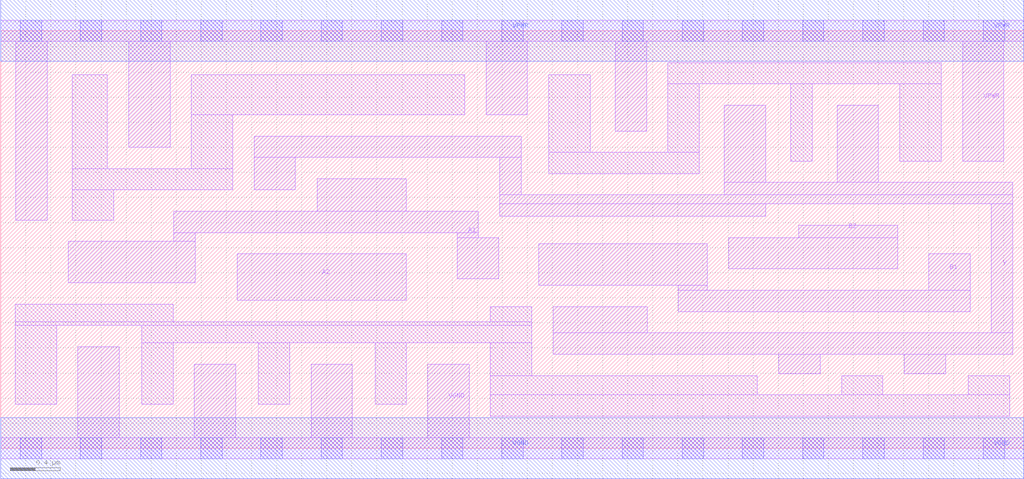
<source format=lef>
# Copyright 2020 The SkyWater PDK Authors
#
# Licensed under the Apache License, Version 2.0 (the "License");
# you may not use this file except in compliance with the License.
# You may obtain a copy of the License at
#
#     https://www.apache.org/licenses/LICENSE-2.0
#
# Unless required by applicable law or agreed to in writing, software
# distributed under the License is distributed on an "AS IS" BASIS,
# WITHOUT WARRANTIES OR CONDITIONS OF ANY KIND, either express or implied.
# See the License for the specific language governing permissions and
# limitations under the License.
#
# SPDX-License-Identifier: Apache-2.0

VERSION 5.7 ;
  NAMESCASESENSITIVE ON ;
  NOWIREEXTENSIONATPIN ON ;
  DIVIDERCHAR "/" ;
  BUSBITCHARS "[]" ;
UNITS
  DATABASE MICRONS 200 ;
END UNITS
MACRO sky130_fd_sc_ls__o22ai_4
  CLASS CORE ;
  SOURCE USER ;
  FOREIGN sky130_fd_sc_ls__o22ai_4 ;
  ORIGIN  0.000000  0.000000 ;
  SIZE  8.160000 BY  3.330000 ;
  SYMMETRY X Y ;
  SITE unit ;
  PIN A1
    ANTENNAGATEAREA  1.116000 ;
    DIRECTION INPUT ;
    USE SIGNAL ;
    PORT
      LAYER li1 ;
        RECT 0.540000 1.320000 1.550000 1.650000 ;
        RECT 1.380000 1.650000 1.550000 1.720000 ;
        RECT 1.380000 1.720000 3.810000 1.890000 ;
        RECT 2.525000 1.890000 3.235000 2.150000 ;
        RECT 3.640000 1.350000 3.970000 1.680000 ;
        RECT 3.640000 1.680000 3.810000 1.720000 ;
    END
  END A1
  PIN A2
    ANTENNAGATEAREA  1.116000 ;
    DIRECTION INPUT ;
    USE SIGNAL ;
    PORT
      LAYER li1 ;
        RECT 1.885000 1.180000 3.235000 1.550000 ;
    END
  END A2
  PIN B1
    ANTENNAGATEAREA  1.116000 ;
    DIRECTION INPUT ;
    USE SIGNAL ;
    PORT
      LAYER li1 ;
        RECT 4.290000 1.300000 5.635000 1.630000 ;
        RECT 5.405000 1.090000 7.730000 1.260000 ;
        RECT 5.405000 1.260000 5.635000 1.300000 ;
        RECT 7.400000 1.260000 7.730000 1.550000 ;
    END
  END B1
  PIN B2
    ANTENNAGATEAREA  1.116000 ;
    DIRECTION INPUT ;
    USE SIGNAL ;
    PORT
      LAYER li1 ;
        RECT 5.805000 1.430000 7.155000 1.680000 ;
        RECT 6.365000 1.680000 7.155000 1.780000 ;
    END
  END B2
  PIN Y
    ANTENNADIFFAREA  2.388000 ;
    DIRECTION OUTPUT ;
    USE SIGNAL ;
    PORT
      LAYER li1 ;
        RECT 2.020000 2.060000 2.350000 2.320000 ;
        RECT 2.020000 2.320000 4.150000 2.490000 ;
        RECT 3.980000 1.850000 6.100000 1.950000 ;
        RECT 3.980000 1.950000 8.070000 2.020000 ;
        RECT 3.980000 2.020000 4.150000 2.320000 ;
        RECT 4.405000 0.750000 8.070000 0.920000 ;
        RECT 4.405000 0.920000 5.155000 1.130000 ;
        RECT 5.770000 2.020000 8.070000 2.120000 ;
        RECT 5.770000 2.120000 6.100000 2.735000 ;
        RECT 6.205000 0.595000 6.535000 0.750000 ;
        RECT 6.670000 2.120000 7.000000 2.735000 ;
        RECT 7.205000 0.595000 7.535000 0.750000 ;
        RECT 7.900000 0.920000 8.070000 1.950000 ;
    END
  END Y
  PIN VGND
    DIRECTION INOUT ;
    SHAPE ABUTMENT ;
    USE GROUND ;
    PORT
      LAYER li1 ;
        RECT 0.000000 -0.085000 8.160000 0.085000 ;
        RECT 0.615000  0.085000 0.945000 0.810000 ;
        RECT 1.545000  0.085000 1.875000 0.670000 ;
        RECT 2.475000  0.085000 2.805000 0.670000 ;
        RECT 3.405000  0.085000 3.735000 0.670000 ;
      LAYER mcon ;
        RECT 0.155000 -0.085000 0.325000 0.085000 ;
        RECT 0.635000 -0.085000 0.805000 0.085000 ;
        RECT 1.115000 -0.085000 1.285000 0.085000 ;
        RECT 1.595000 -0.085000 1.765000 0.085000 ;
        RECT 2.075000 -0.085000 2.245000 0.085000 ;
        RECT 2.555000 -0.085000 2.725000 0.085000 ;
        RECT 3.035000 -0.085000 3.205000 0.085000 ;
        RECT 3.515000 -0.085000 3.685000 0.085000 ;
        RECT 3.995000 -0.085000 4.165000 0.085000 ;
        RECT 4.475000 -0.085000 4.645000 0.085000 ;
        RECT 4.955000 -0.085000 5.125000 0.085000 ;
        RECT 5.435000 -0.085000 5.605000 0.085000 ;
        RECT 5.915000 -0.085000 6.085000 0.085000 ;
        RECT 6.395000 -0.085000 6.565000 0.085000 ;
        RECT 6.875000 -0.085000 7.045000 0.085000 ;
        RECT 7.355000 -0.085000 7.525000 0.085000 ;
        RECT 7.835000 -0.085000 8.005000 0.085000 ;
      LAYER met1 ;
        RECT 0.000000 -0.245000 8.160000 0.245000 ;
    END
  END VGND
  PIN VPWR
    DIRECTION INOUT ;
    SHAPE ABUTMENT ;
    USE POWER ;
    PORT
      LAYER li1 ;
        RECT 0.000000 3.245000 8.160000 3.415000 ;
        RECT 0.120000 1.820000 0.370000 3.245000 ;
        RECT 1.020000 2.400000 1.350000 3.245000 ;
        RECT 3.870000 2.660000 4.200000 3.245000 ;
        RECT 4.900000 2.530000 5.150000 3.245000 ;
        RECT 7.670000 2.290000 8.000000 3.245000 ;
      LAYER mcon ;
        RECT 0.155000 3.245000 0.325000 3.415000 ;
        RECT 0.635000 3.245000 0.805000 3.415000 ;
        RECT 1.115000 3.245000 1.285000 3.415000 ;
        RECT 1.595000 3.245000 1.765000 3.415000 ;
        RECT 2.075000 3.245000 2.245000 3.415000 ;
        RECT 2.555000 3.245000 2.725000 3.415000 ;
        RECT 3.035000 3.245000 3.205000 3.415000 ;
        RECT 3.515000 3.245000 3.685000 3.415000 ;
        RECT 3.995000 3.245000 4.165000 3.415000 ;
        RECT 4.475000 3.245000 4.645000 3.415000 ;
        RECT 4.955000 3.245000 5.125000 3.415000 ;
        RECT 5.435000 3.245000 5.605000 3.415000 ;
        RECT 5.915000 3.245000 6.085000 3.415000 ;
        RECT 6.395000 3.245000 6.565000 3.415000 ;
        RECT 6.875000 3.245000 7.045000 3.415000 ;
        RECT 7.355000 3.245000 7.525000 3.415000 ;
        RECT 7.835000 3.245000 8.005000 3.415000 ;
      LAYER met1 ;
        RECT 0.000000 3.085000 8.160000 3.575000 ;
    END
  END VPWR
  OBS
    LAYER li1 ;
      RECT 0.115000 0.350000 0.445000 0.980000 ;
      RECT 0.115000 0.980000 4.235000 1.010000 ;
      RECT 0.115000 1.010000 1.375000 1.150000 ;
      RECT 0.570000 1.820000 0.900000 2.060000 ;
      RECT 0.570000 2.060000 1.850000 2.230000 ;
      RECT 0.570000 2.230000 0.850000 2.980000 ;
      RECT 1.125000 0.350000 1.375000 0.840000 ;
      RECT 1.125000 0.840000 4.235000 0.980000 ;
      RECT 1.520000 2.230000 1.850000 2.660000 ;
      RECT 1.520000 2.660000 3.700000 2.980000 ;
      RECT 2.055000 0.350000 2.305000 0.840000 ;
      RECT 2.985000 0.350000 3.235000 0.840000 ;
      RECT 3.905000 0.255000 8.045000 0.425000 ;
      RECT 3.905000 0.425000 6.035000 0.580000 ;
      RECT 3.905000 0.580000 4.235000 0.840000 ;
      RECT 3.905000 1.010000 4.235000 1.130000 ;
      RECT 4.370000 2.190000 5.570000 2.360000 ;
      RECT 4.370000 2.360000 4.700000 2.980000 ;
      RECT 5.320000 2.360000 5.570000 2.905000 ;
      RECT 5.320000 2.905000 7.500000 3.075000 ;
      RECT 6.300000 2.290000 6.470000 2.905000 ;
      RECT 6.705000 0.425000 7.035000 0.580000 ;
      RECT 7.170000 2.290000 7.500000 2.905000 ;
      RECT 7.715000 0.425000 8.045000 0.580000 ;
  END
END sky130_fd_sc_ls__o22ai_4

</source>
